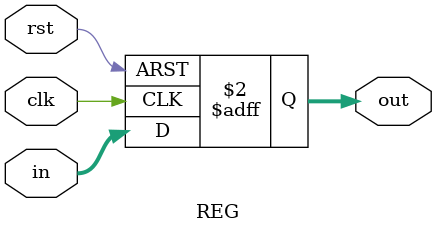
<source format=v>
`timescale 1ns / 1ps

module REG(clk,rst,in,out);

input clk,rst;
input [31:0]in;
output reg[31:0]out;

always@(posedge rst or posedge clk)begin
    if(rst)
        out<=32'h0000_0000;
    else 
        out<=in;
end
endmodule
</source>
